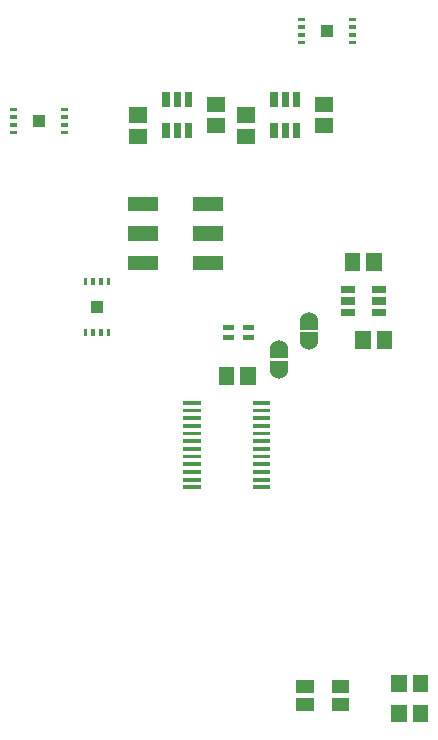
<source format=gbr>
G04 start of page 11 for group -4015 idx -4015 *
G04 Title: (unknown), toppaste *
G04 Creator: pcb 20140316 *
G04 CreationDate: Mon 26 Dec 2016 03:50:00 AM GMT UTC *
G04 For: railfan *
G04 Format: Gerber/RS-274X *
G04 PCB-Dimensions (mil): 2100.00 2700.00 *
G04 PCB-Coordinate-Origin: lower left *
%MOIN*%
%FSLAX25Y25*%
%LNTOPPASTE*%
%ADD82R,0.0470X0.0470*%
%ADD81R,0.0167X0.0167*%
%ADD80R,0.0300X0.0300*%
%ADD79C,0.0600*%
%ADD78R,0.0244X0.0244*%
%ADD77R,0.0512X0.0512*%
%ADD76R,0.0130X0.0130*%
%ADD75C,0.0001*%
%ADD74R,0.0120X0.0120*%
%ADD73R,0.0430X0.0430*%
G54D73*X139800Y32450D02*X141400D01*
X139800Y26550D02*X141400D01*
X151600Y32450D02*X153200D01*
X151600Y26550D02*X153200D01*
G54D74*X67441Y151046D02*Y150046D01*
X70000Y151046D02*Y150046D01*
X72560Y151046D02*Y150046D01*
X75119Y151046D02*Y150046D01*
Y168046D02*Y167046D01*
X72560Y168046D02*Y167046D01*
X70000Y168046D02*Y167046D01*
X67441Y168046D02*Y167046D01*
G54D75*G36*
X69312Y161014D02*Y157077D01*
X73248D01*
Y161014D01*
X69312D01*
G37*
G54D76*X100583Y127074D02*X105189D01*
X100583Y124515D02*X105189D01*
X100583Y121956D02*X105189D01*
X100583Y119397D02*X105189D01*
X100583Y116838D02*X105189D01*
X100583Y114279D02*X105189D01*
X100583Y111721D02*X105189D01*
X100583Y109162D02*X105189D01*
X100583Y106603D02*X105189D01*
X100583Y104044D02*X105189D01*
X100583Y101485D02*X105189D01*
X100583Y98926D02*X105189D01*
X123811D02*X128417D01*
X123811Y101485D02*X128417D01*
X123811Y104044D02*X128417D01*
X123811Y106603D02*X128417D01*
X123811Y109162D02*X128417D01*
X123811Y111721D02*X128417D01*
X123811Y114279D02*X128417D01*
X123811Y116838D02*X128417D01*
X123811Y119397D02*X128417D01*
X123811Y121956D02*X128417D01*
X123811Y124515D02*X128417D01*
X123811Y127074D02*X128417D01*
G54D77*X163543Y174393D02*Y173607D01*
X156457Y174393D02*Y173607D01*
G54D78*X153642Y164740D02*X156004D01*
X153642Y161000D02*X156004D01*
X153642Y157260D02*X156004D01*
X163996D02*X166358D01*
X163996Y161000D02*X166358D01*
X163996Y164740D02*X166358D01*
G54D77*X167043Y148393D02*Y147607D01*
X159957Y148393D02*Y147607D01*
G54D79*X132000Y138100D03*
G54D80*X130500Y139600D02*X133500D01*
G54D79*X132000Y144900D03*
G54D80*X130500Y143400D02*X133500D01*
G54D81*X120913Y148925D02*X122783D01*
X120913Y152075D02*X122783D01*
X114217D02*X116087D01*
X114217Y148925D02*X116087D01*
G54D77*X114457Y136393D02*Y135607D01*
X121543Y136393D02*Y135607D01*
G54D79*X142000Y147600D03*
G54D80*X140500Y149100D02*X143500D01*
G54D79*X142000Y154400D03*
G54D80*X140500Y152900D02*X143500D01*
G54D77*X110607Y219414D02*X111393D01*
X110607Y226500D02*X111393D01*
G54D78*X101740Y229315D02*Y226953D01*
X98000Y229315D02*Y226953D01*
X94260Y229315D02*Y226953D01*
Y218961D02*Y216599D01*
X98000Y218961D02*Y216599D01*
X101740Y218961D02*Y216599D01*
G54D77*X84607Y215914D02*X85393D01*
X84607Y223000D02*X85393D01*
X146607Y219414D02*X147393D01*
X146607Y226500D02*X147393D01*
G54D78*X137740Y229315D02*Y226953D01*
X134000Y229315D02*Y226953D01*
X130260Y229315D02*Y226953D01*
Y218961D02*Y216599D01*
X134000Y218961D02*Y216599D01*
X137740Y218961D02*Y216599D01*
G54D77*X120607Y215914D02*X121393D01*
X120607Y223000D02*X121393D01*
G54D82*X84100Y173700D02*X89250D01*
X84100Y183500D02*X89250D01*
X84100Y193300D02*X89250D01*
X105750Y173700D02*X110900D01*
X105750Y183500D02*X110900D01*
X105750Y193300D02*X110900D01*
G54D74*X60000Y217161D02*X61000D01*
X60000Y219720D02*X61000D01*
X60000Y222280D02*X61000D01*
X60000Y224839D02*X61000D01*
X43000D02*X44000D01*
X43000Y222280D02*X44000D01*
X43000Y219720D02*X44000D01*
X43000Y217161D02*X44000D01*
G54D75*G36*
X50032Y222968D02*Y219032D01*
X53968D01*
Y222968D01*
X50032D01*
G37*
G54D77*X171957Y23893D02*Y23107D01*
X179043Y23893D02*Y23107D01*
X171957Y33893D02*Y33107D01*
X179043Y33893D02*Y33107D01*
G54D74*X139000Y254839D02*X140000D01*
X139000Y252280D02*X140000D01*
X139000Y249720D02*X140000D01*
X139000Y247161D02*X140000D01*
X156000D02*X157000D01*
X156000Y249720D02*X157000D01*
X156000Y252280D02*X157000D01*
X156000Y254839D02*X157000D01*
G54D75*G36*
X146032Y252968D02*Y249032D01*
X149968D01*
Y252968D01*
X146032D01*
G37*
M02*

</source>
